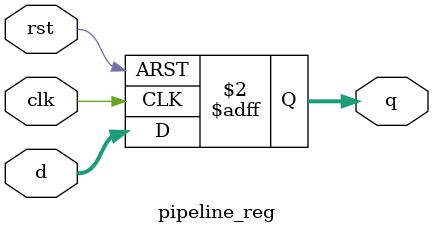
<source format=v>
module pipeline_reg #(
  parameter WIDTH = 8) 
(
  input                  clk,
  input                  rst,
  input      [WIDTH-1:0] d,
  output reg [WIDTH-1:0] q
);
always @(posedge clk, posedge rst) begin
  if(rst) begin
    q <= 0;
  end else begin
    q <= d;
  end
end
endmodule
</source>
